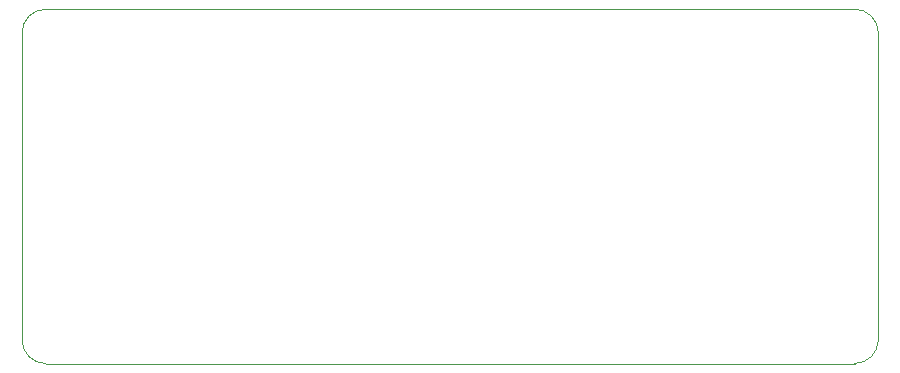
<source format=gm1>
G04*
G04 #@! TF.GenerationSoftware,Altium Limited,Altium Designer,19.1.6 (110)*
G04*
G04 Layer_Color=16711935*
%FSLAX43Y43*%
%MOMM*%
G71*
G01*
G75*
%ADD12C,0.100*%
D12*
X50000Y72000D02*
G03*
X52000Y70000I2000J0D01*
G01*
X120500D02*
G03*
X122500Y72000I-0J2000D01*
G01*
Y98000D02*
G03*
X120500Y100000I-2000J0D01*
G01*
X52000D02*
G03*
X50000Y98000I0J-2000D01*
G01*
Y72000D02*
Y98000D01*
X52000Y70000D02*
X120500D01*
X122500Y72000D02*
Y98000D01*
X52000Y100000D02*
X120500D01*
M02*

</source>
